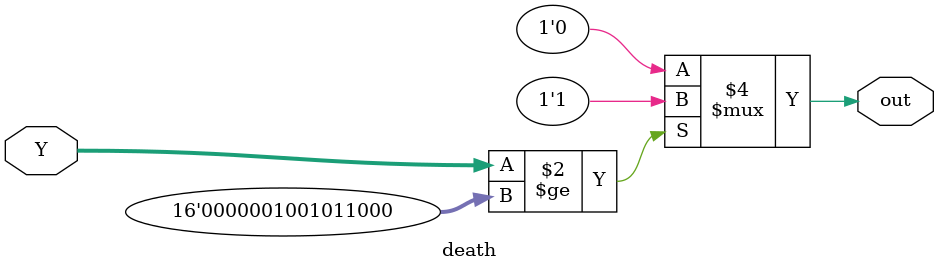
<source format=sv>
module death(input [15:0] Y,
				 output out);
				 
always_comb
begin
	if(Y >= 16'd600)
		out = 1'b1;
	else
		out = 1'b0;
end

endmodule

</source>
